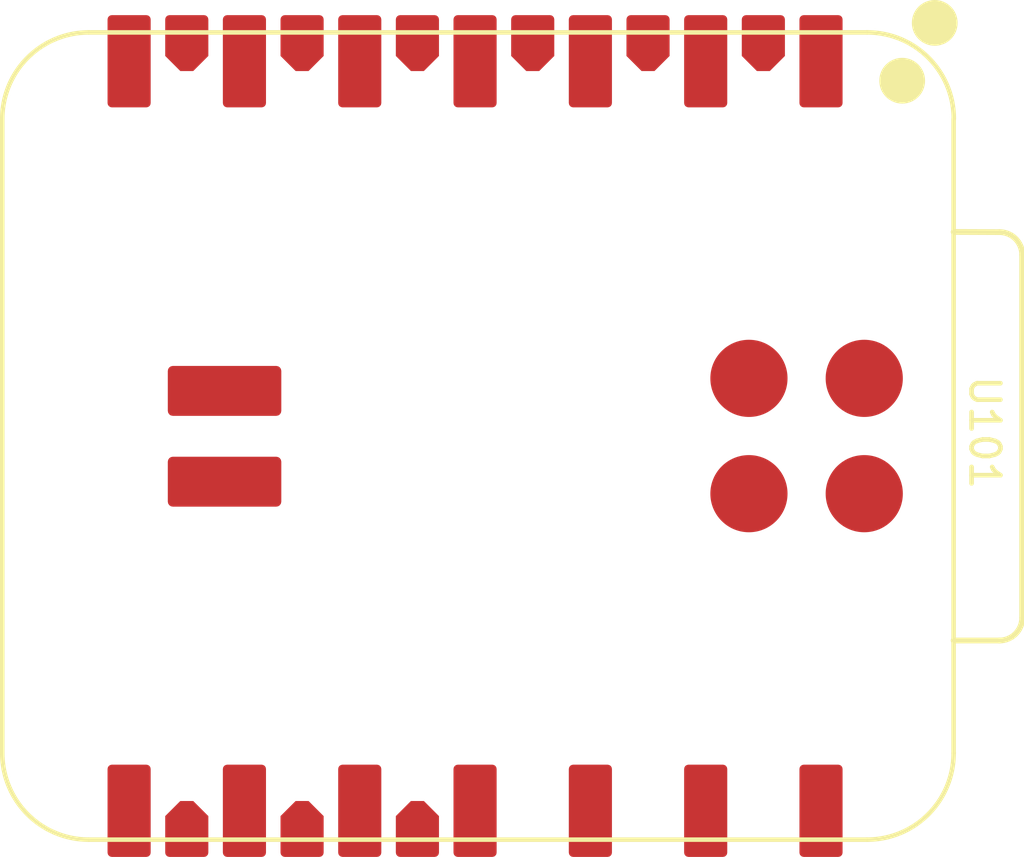
<source format=kicad_pcb>
(kicad_pcb (version 20241229) (generator "pcbnew") (generator_version "9.0")
  (layers (0 "F.Cu" signal) (2 "B.Cu" signal) (13 "F.Paste" user) (15 "B.Paste" user) (5 "F.SilkS" user "F.Silkscreen") (7 "B.SilkS" user "B.Silkscreen") (1 "F.Mask" user) (3 "B.Mask" user) (25 "Edge.Cuts" user))
  (net 0 "")
  (footprint "_footprints:XIAO-nRF52840-Plus-SMD" (layer "F.Cu") (at 56.38 55.745)
    (property "Reference" "U101" (at 11.225 -0.075 270) (layer "F.SilkS") (effects (font (size 0.635 0.635) (thickness 0.1016))))
    (property "Value" "~")
    (fp_line (start -10.414 -6.985) (end -10.414 6.985) (stroke (width 0.1)) (layer "F.SilkS"))
    (fp_line (start -8.509 -8.89) (end 8.636 -8.89) (stroke (width 0.1)) (layer "F.SilkS"))
    (fp_line (start -8.509 8.89) (end 8.636 8.89) (stroke (width 0.1)) (layer "F.SilkS"))
    (fp_line (start 10.541 -4.495) (end 11.551272 -4.491272) (stroke (width 0.127)) (layer "F.SilkS"))
    (fp_line (start 10.541 6.985) (end 10.541 -6.985) (stroke (width 0.1)) (layer "F.SilkS"))
    (fp_line (start 11.551 4.504) (end 10.541 4.504) (stroke (width 0.127)) (layer "F.SilkS"))
    (fp_line (start 12.051 -3.991272) (end 12.051 4.004) (stroke (width 0.127)) (layer "F.SilkS"))
    (fp_arc (start -10.414 -6.985) (mid -9.856038 -8.332038) (end -8.509 -8.89) (stroke (width 0.1)) (layer "F.SilkS"))
    (fp_arc (start -8.509 8.89) (mid -9.856038 8.332038) (end -10.414 6.985) (stroke (width 0.1)) (layer "F.SilkS"))
    (fp_arc (start 8.64 -8.89) (mid 9.987038 -8.332038) (end 10.545 -6.985) (stroke (width 0.1)) (layer "F.SilkS"))
    (fp_arc (start 10.541 6.985) (mid 9.983024 8.332024) (end 8.636 8.89) (stroke (width 0.1)) (layer "F.SilkS"))
    (fp_arc (start 11.551272 -4.491272) (mid 11.904644 -4.344724) (end 12.051 -3.991272) (stroke (width 0.127)) (layer "F.SilkS"))
    (fp_arc (start 12.051 4.004) (mid 11.904524 4.357524) (end 11.551 4.504) (stroke (width 0.127)) (layer "F.SilkS"))
    (fp_circle (center 9.408 -7.826) (end 9.662 -7.826) (stroke (width 0.5)) (fill yes) (layer "F.SilkS"))
    (fp_circle (center 10.125 -9.1) (end 10.379 -9.1) (stroke (width 0.5)) (fill yes) (layer "F.SilkS"))
    (pad "1" smd roundrect (at 7.62 -8.255 90) (size 2.032 0.95) (layers "F.Cu" "F.Mask" "F.Paste") (roundrect_rratio 0.1))
    (pad "2" smd roundrect (at 5.08 -8.255 90) (size 2.032 0.95) (layers "F.Cu" "F.Mask" "F.Paste") (roundrect_rratio 0.1))
    (pad "3" smd roundrect (at 2.54 -8.255 90) (size 2.032 0.95) (layers "F.Cu" "F.Mask" "F.Paste") (roundrect_rratio 0.1))
    (pad "4" smd roundrect (at 0 -8.255 90) (size 2.032 0.95) (layers "F.Cu" "F.Mask" "F.Paste") (roundrect_rratio 0.1))
    (pad "5" smd roundrect (at -2.54 -8.255 90) (size 2.032 0.95) (layers "F.Cu" "F.Mask" "F.Paste") (roundrect_rratio 0.1))
    (pad "6" smd roundrect (at -5.08 -8.255 90) (size 2.032 0.95) (layers "F.Cu" "F.Mask" "F.Paste") (roundrect_rratio 0.1))
    (pad "7" smd roundrect (at -7.62 -8.255 90) (size 2.032 0.95) (layers "F.Cu" "F.Mask" "F.Paste") (roundrect_rratio 0.1))
    (pad "8" smd roundrect (at -7.62 8.255 270) (size 2.032 0.95) (layers "F.Cu" "F.Mask" "F.Paste") (roundrect_rratio 0.1))
    (pad "9" smd roundrect (at -5.08 8.255 270) (size 2.032 0.95) (layers "F.Cu" "F.Mask" "F.Paste") (roundrect_rratio 0.1))
    (pad "10" smd roundrect (at -2.54 8.255 270) (size 2.032 0.95) (layers "F.Cu" "F.Mask" "F.Paste") (roundrect_rratio 0.1))
    (pad "11" smd roundrect (at 0 8.255 270) (size 2.032 0.95) (layers "F.Cu" "F.Mask" "F.Paste") (roundrect_rratio 0.1))
    (pad "12" smd roundrect (at 2.54 8.255 270) (size 2.032 0.95) (layers "F.Cu" "F.Mask" "F.Paste") (roundrect_rratio 0.1))
    (pad "13" smd roundrect (at 5.08 8.255 270) (size 2.032 0.95) (layers "F.Cu" "F.Mask" "F.Paste") (roundrect_rratio 0.1))
    (pad "14" smd roundrect (at 7.62 8.255 270) (size 2.032 0.95) (layers "F.Cu" "F.Mask" "F.Paste") (roundrect_rratio 0.1))
    (pad "15" smd roundrect (at 6.35 -8.655 90) (size 1.232 0.95) (layers "F.Cu" "F.Mask" "F.Paste") (roundrect_rratio 0.1) (chamfer_ratio 0.35) (chamfer top_left bottom_left))
    (pad "16" smd roundrect (at 3.81 -8.655 90) (size 1.232 0.95) (layers "F.Cu" "F.Mask" "F.Paste") (roundrect_rratio 0.1) (chamfer_ratio 0.35) (chamfer top_left bottom_left))
    (pad "17" smd roundrect (at 1.27 -8.655 90) (size 1.232 0.95) (layers "F.Cu" "F.Mask" "F.Paste") (roundrect_rratio 0.1) (chamfer_ratio 0.35) (chamfer top_left bottom_left))
    (pad "18" smd roundrect (at -1.27 -8.655 90) (size 1.232 0.95) (layers "F.Cu" "F.Mask" "F.Paste") (roundrect_rratio 0.1) (chamfer_ratio 0.35) (chamfer top_left bottom_left))
    (pad "19" smd roundrect (at -3.81 -8.655 90) (size 1.232 0.95) (layers "F.Cu" "F.Mask" "F.Paste") (roundrect_rratio 0.1) (chamfer_ratio 0.35) (chamfer top_left bottom_left))
    (pad "20" smd roundrect (at -6.35 -8.655 90) (size 1.232 0.95) (layers "F.Cu" "F.Mask" "F.Paste") (roundrect_rratio 0.1) (chamfer_ratio 0.35) (chamfer top_left bottom_left))
    (pad "21" smd roundrect (at -6.35 8.655 270) (size 1.232 0.95) (layers "F.Cu" "F.Mask" "F.Paste") (roundrect_rratio 0.1) (chamfer_ratio 0.35) (chamfer top_left bottom_left))
    (pad "22" smd roundrect (at -3.81 8.655 270) (size 1.232 0.95) (layers "F.Cu" "F.Mask" "F.Paste") (roundrect_rratio 0.1) (chamfer_ratio 0.35) (chamfer top_left bottom_left))
    (pad "23" smd roundrect (at -1.27 8.655 270) (size 1.232 0.95) (layers "F.Cu" "F.Mask" "F.Paste") (roundrect_rratio 0.1) (chamfer_ratio 0.35) (chamfer top_left bottom_left))
    (pad "24" smd circle (at 8.5725 -1.27 270) (size 1.7 1.7) (layers "F.Cu" "F.Mask" "F.Paste"))
    (pad "25" smd circle (at 8.5725 1.27 270) (size 1.7 1.7) (layers "F.Cu" "F.Mask" "F.Paste"))
    (pad "26" smd circle (at 6.0325 -1.27 270) (size 1.7 1.7) (layers "F.Cu" "F.Mask" "F.Paste"))
    (pad "27" smd circle (at 6.0325 1.27 270) (size 1.7 1.7) (layers "F.Cu" "F.Mask" "F.Paste"))
    (pad "32" smd roundrect (at -5.517823 -0.993988 180) (size 2.5 1.1) (layers "F.Cu" "F.Mask" "F.Paste") (roundrect_rratio 0.1))
    (pad "33" smd roundrect (at -5.517823 1.006012 180) (size 2.5 1.1) (layers "F.Cu" "F.Mask" "F.Paste") (roundrect_rratio 0.1))
  )
)
</source>
